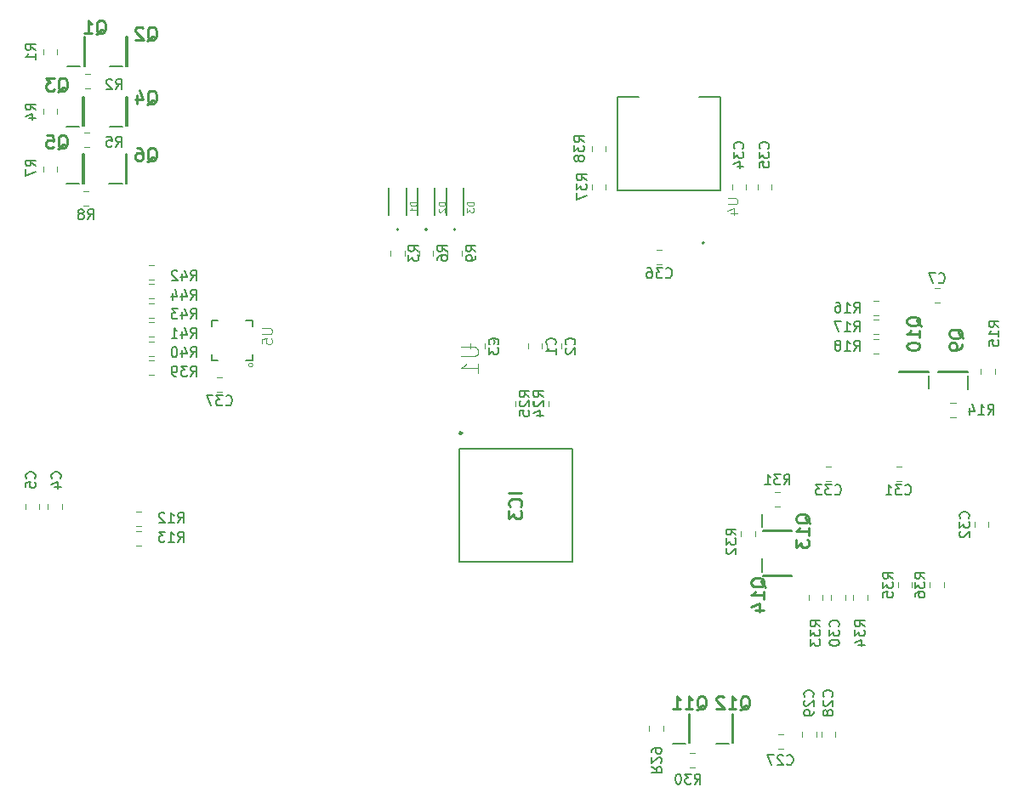
<source format=gbr>
G04 #@! TF.GenerationSoftware,KiCad,Pcbnew,5.1.5+dfsg1-2build2*
G04 #@! TF.CreationDate,2020-05-18T23:31:36+02:00*
G04 #@! TF.ProjectId,proto2,70726f74-6f32-42e6-9b69-6361645f7063,rev?*
G04 #@! TF.SameCoordinates,Original*
G04 #@! TF.FileFunction,Legend,Bot*
G04 #@! TF.FilePolarity,Positive*
%FSLAX46Y46*%
G04 Gerber Fmt 4.6, Leading zero omitted, Abs format (unit mm)*
G04 Created by KiCad (PCBNEW 5.1.5+dfsg1-2build2) date 2020-05-18 23:31:36*
%MOMM*%
%LPD*%
G04 APERTURE LIST*
%ADD10C,0.250000*%
%ADD11C,0.200000*%
%ADD12C,0.100000*%
%ADD13C,0.203200*%
%ADD14C,0.152400*%
%ADD15C,0.120000*%
%ADD16C,0.127000*%
%ADD17C,0.254000*%
%ADD18C,0.015000*%
%ADD19C,0.150000*%
G04 APERTURE END LIST*
D10*
X136865000Y-117235000D02*
G75*
G03X136865000Y-117235000I-125000J0D01*
G01*
D11*
X147890000Y-118810000D02*
X136590000Y-118810000D01*
X147890000Y-130110000D02*
X147890000Y-118810000D01*
X136590000Y-130110000D02*
X147890000Y-130110000D01*
X136590000Y-118810000D02*
X136590000Y-130110000D01*
D12*
X116040000Y-110455000D02*
G75*
G03X116040000Y-110455000I-200000J0D01*
G01*
D13*
X115990000Y-106005000D02*
X115990000Y-106605000D01*
X115990000Y-106005000D02*
X115390000Y-106005000D01*
X111990000Y-106005000D02*
X112590000Y-106005000D01*
X111990000Y-106005000D02*
X111990000Y-106605000D01*
X111990000Y-110005000D02*
X111990000Y-109405000D01*
X111990000Y-110005000D02*
X112590000Y-110005000D01*
X115990000Y-110005000D02*
X115390000Y-110005000D01*
X115990000Y-110005000D02*
X115990000Y-109405000D01*
D14*
X140041700Y-108376799D02*
G75*
G03X140041700Y-107970399I-210420J203200D01*
G01*
D15*
X99309422Y-81459000D02*
X99826578Y-81459000D01*
X99309422Y-82879000D02*
X99826578Y-82879000D01*
X105659422Y-100509000D02*
X106176578Y-100509000D01*
X105659422Y-101929000D02*
X106176578Y-101929000D01*
D11*
X160984000Y-98305000D02*
G75*
G03X160984000Y-98305000I-100000J0D01*
G01*
D16*
X152360000Y-83747000D02*
X154480000Y-83747000D01*
X152360000Y-93087000D02*
X152360000Y-83747000D01*
X162600000Y-93087000D02*
X152360000Y-93087000D01*
X162600000Y-83747000D02*
X162600000Y-93087000D01*
X160480000Y-83747000D02*
X162600000Y-83747000D01*
D15*
X105659422Y-102414000D02*
X106176578Y-102414000D01*
X105659422Y-103834000D02*
X106176578Y-103834000D01*
X105659422Y-104319000D02*
X106176578Y-104319000D01*
X105659422Y-105739000D02*
X106176578Y-105739000D01*
X105659422Y-106224000D02*
X106176578Y-106224000D01*
X105659422Y-107644000D02*
X106176578Y-107644000D01*
X106176578Y-109549000D02*
X105659422Y-109549000D01*
X106176578Y-108129000D02*
X105659422Y-108129000D01*
X106176578Y-111454000D02*
X105659422Y-111454000D01*
X106176578Y-110034000D02*
X105659422Y-110034000D01*
X149785000Y-89158578D02*
X149785000Y-88641422D01*
X151205000Y-89158578D02*
X151205000Y-88641422D01*
X151205000Y-92451422D02*
X151205000Y-92968578D01*
X149785000Y-92451422D02*
X149785000Y-92968578D01*
X184860000Y-132123922D02*
X184860000Y-132641078D01*
X183440000Y-132123922D02*
X183440000Y-132641078D01*
X181685000Y-132123922D02*
X181685000Y-132641078D01*
X180265000Y-132123922D02*
X180265000Y-132641078D01*
X177240000Y-133393922D02*
X177240000Y-133911078D01*
X175820000Y-133393922D02*
X175820000Y-133911078D01*
X172795000Y-133393922D02*
X172795000Y-133911078D01*
X171375000Y-133393922D02*
X171375000Y-133911078D01*
X166064000Y-127043922D02*
X166064000Y-127561078D01*
X164644000Y-127043922D02*
X164644000Y-127561078D01*
X168016422Y-123115000D02*
X168533578Y-123115000D01*
X168016422Y-124535000D02*
X168533578Y-124535000D01*
X159531422Y-149150000D02*
X160048578Y-149150000D01*
X159531422Y-150570000D02*
X160048578Y-150570000D01*
X155500000Y-146943578D02*
X155500000Y-146426422D01*
X156920000Y-146943578D02*
X156920000Y-146426422D01*
X144070000Y-114041422D02*
X144070000Y-114558578D01*
X145490000Y-114041422D02*
X145490000Y-114558578D01*
X143585000Y-114558578D02*
X143585000Y-114041422D01*
X142165000Y-114558578D02*
X142165000Y-114041422D01*
X178361078Y-109295000D02*
X177843922Y-109295000D01*
X178361078Y-107875000D02*
X177843922Y-107875000D01*
X178361078Y-107390000D02*
X177843922Y-107390000D01*
X178361078Y-105970000D02*
X177843922Y-105970000D01*
X178361078Y-105485000D02*
X177843922Y-105485000D01*
X178361078Y-104065000D02*
X177843922Y-104065000D01*
X188520000Y-111383578D02*
X188520000Y-110866422D01*
X189940000Y-111383578D02*
X189940000Y-110866422D01*
X186011078Y-115645000D02*
X185493922Y-115645000D01*
X186011078Y-114225000D02*
X185493922Y-114225000D01*
X104904278Y-128421200D02*
X104387122Y-128421200D01*
X104904278Y-127001200D02*
X104387122Y-127001200D01*
X104904278Y-126516200D02*
X104387122Y-126516200D01*
X104904278Y-125096200D02*
X104387122Y-125096200D01*
X135434000Y-99572578D02*
X135434000Y-99055422D01*
X136854000Y-99572578D02*
X136854000Y-99055422D01*
X99182422Y-93143000D02*
X99699578Y-93143000D01*
X99182422Y-94563000D02*
X99699578Y-94563000D01*
X95175000Y-91190578D02*
X95175000Y-90673422D01*
X96595000Y-91190578D02*
X96595000Y-90673422D01*
X132592375Y-99572578D02*
X132592375Y-99055422D01*
X134012375Y-99572578D02*
X134012375Y-99055422D01*
X99230922Y-87301000D02*
X99748078Y-87301000D01*
X99230922Y-88721000D02*
X99748078Y-88721000D01*
X95175000Y-85475578D02*
X95175000Y-84958422D01*
X96595000Y-85475578D02*
X96595000Y-84958422D01*
X129750750Y-99572578D02*
X129750750Y-99055422D01*
X131170750Y-99572578D02*
X131170750Y-99055422D01*
X95175000Y-79506578D02*
X95175000Y-78989422D01*
X96595000Y-79506578D02*
X96595000Y-78989422D01*
D11*
X166775000Y-129745000D02*
X166775000Y-131045000D01*
X169735000Y-131395000D02*
X166815000Y-131395000D01*
X169735000Y-131495000D02*
X169735000Y-131395000D01*
X166815000Y-131495000D02*
X169735000Y-131495000D01*
X166815000Y-131395000D02*
X166815000Y-131495000D01*
X166775000Y-125300000D02*
X166775000Y-126600000D01*
X169735000Y-126950000D02*
X166815000Y-126950000D01*
X169735000Y-127050000D02*
X169735000Y-126950000D01*
X166815000Y-127050000D02*
X169735000Y-127050000D01*
X166815000Y-126950000D02*
X166815000Y-127050000D01*
X162130000Y-148185000D02*
X163430000Y-148185000D01*
X163780000Y-145225000D02*
X163780000Y-148145000D01*
X163880000Y-145225000D02*
X163780000Y-145225000D01*
X163880000Y-148145000D02*
X163880000Y-145225000D01*
X163780000Y-148145000D02*
X163880000Y-148145000D01*
X157820000Y-148185000D02*
X159120000Y-148185000D01*
X159470000Y-145225000D02*
X159470000Y-148145000D01*
X159570000Y-145225000D02*
X159470000Y-145225000D01*
X159570000Y-148145000D02*
X159570000Y-145225000D01*
X159470000Y-148145000D02*
X159570000Y-148145000D01*
X183364000Y-112825000D02*
X183364000Y-111525000D01*
X180404000Y-111175000D02*
X183324000Y-111175000D01*
X180404000Y-111075000D02*
X180404000Y-111175000D01*
X183324000Y-111075000D02*
X180404000Y-111075000D01*
X183324000Y-111175000D02*
X183324000Y-111075000D01*
X187266500Y-112869000D02*
X187266500Y-111569000D01*
X184306500Y-111219000D02*
X187226500Y-111219000D01*
X184306500Y-111119000D02*
X184306500Y-111219000D01*
X187226500Y-111119000D02*
X184306500Y-111119000D01*
X187226500Y-111219000D02*
X187226500Y-111119000D01*
X101751000Y-92429500D02*
X103051000Y-92429500D01*
X103401000Y-89469500D02*
X103401000Y-92389500D01*
X103501000Y-89469500D02*
X103401000Y-89469500D01*
X103501000Y-92389500D02*
X103501000Y-89469500D01*
X103401000Y-92389500D02*
X103501000Y-92389500D01*
X97487000Y-92432000D02*
X98787000Y-92432000D01*
X99137000Y-89472000D02*
X99137000Y-92392000D01*
X99237000Y-89472000D02*
X99137000Y-89472000D01*
X99237000Y-92392000D02*
X99237000Y-89472000D01*
X99137000Y-92392000D02*
X99237000Y-92392000D01*
X101805000Y-86715750D02*
X103105000Y-86715750D01*
X103455000Y-83755750D02*
X103455000Y-86675750D01*
X103555000Y-83755750D02*
X103455000Y-83755750D01*
X103555000Y-86675750D02*
X103555000Y-83755750D01*
X103455000Y-86675750D02*
X103555000Y-86675750D01*
X97487000Y-86717000D02*
X98787000Y-86717000D01*
X99137000Y-83757000D02*
X99137000Y-86677000D01*
X99237000Y-83757000D02*
X99137000Y-83757000D01*
X99237000Y-86677000D02*
X99237000Y-83757000D01*
X99137000Y-86677000D02*
X99237000Y-86677000D01*
X101805000Y-80748000D02*
X103105000Y-80748000D01*
X103455000Y-77788000D02*
X103455000Y-80708000D01*
X103555000Y-77788000D02*
X103455000Y-77788000D01*
X103555000Y-80708000D02*
X103555000Y-77788000D01*
X103455000Y-80708000D02*
X103555000Y-80708000D01*
X97580000Y-80748000D02*
X98880000Y-80748000D01*
X99230000Y-77788000D02*
X99230000Y-80708000D01*
X99330000Y-77788000D02*
X99230000Y-77788000D01*
X99330000Y-80708000D02*
X99330000Y-77788000D01*
X99230000Y-80708000D02*
X99330000Y-80708000D01*
X136244000Y-96970500D02*
G75*
G03X136244000Y-96970500I-100000J0D01*
G01*
D16*
X135294000Y-95520500D02*
X135294000Y-92820500D01*
X136994000Y-95520500D02*
X136994000Y-92820500D01*
D11*
X133402375Y-96970500D02*
G75*
G03X133402375Y-96970500I-100000J0D01*
G01*
D16*
X132452375Y-95520500D02*
X132452375Y-92820500D01*
X134152375Y-95520500D02*
X134152375Y-92820500D01*
D11*
X130560750Y-96970500D02*
G75*
G03X130560750Y-96970500I-100000J0D01*
G01*
D16*
X129610750Y-95520500D02*
X129610750Y-92820500D01*
X131310750Y-95520500D02*
X131310750Y-92820500D01*
D15*
X112468922Y-111685000D02*
X112986078Y-111685000D01*
X112468922Y-113105000D02*
X112986078Y-113105000D01*
X156253922Y-98985000D02*
X156771078Y-98985000D01*
X156253922Y-100405000D02*
X156771078Y-100405000D01*
X166295000Y-92968578D02*
X166295000Y-92451422D01*
X167715000Y-92968578D02*
X167715000Y-92451422D01*
X163755000Y-92968578D02*
X163755000Y-92451422D01*
X165175000Y-92968578D02*
X165175000Y-92451422D01*
X173096422Y-120575000D02*
X173613578Y-120575000D01*
X173096422Y-121995000D02*
X173613578Y-121995000D01*
X189305000Y-126106422D02*
X189305000Y-126623578D01*
X187885000Y-126106422D02*
X187885000Y-126623578D01*
X180081422Y-120575000D02*
X180598578Y-120575000D01*
X180081422Y-121995000D02*
X180598578Y-121995000D01*
X175017500Y-133393922D02*
X175017500Y-133911078D01*
X173597500Y-133393922D02*
X173597500Y-133911078D01*
X172160000Y-146967422D02*
X172160000Y-147484578D01*
X170740000Y-146967422D02*
X170740000Y-147484578D01*
X174065000Y-146967422D02*
X174065000Y-147484578D01*
X172645000Y-146967422D02*
X172645000Y-147484578D01*
X168836078Y-148665000D02*
X168318922Y-148665000D01*
X168836078Y-147245000D02*
X168318922Y-147245000D01*
X184408578Y-104215000D02*
X183891422Y-104215000D01*
X184408578Y-102795000D02*
X183891422Y-102795000D01*
X93384300Y-124794778D02*
X93384300Y-124277622D01*
X94804300Y-124794778D02*
X94804300Y-124277622D01*
X95606800Y-124794778D02*
X95606800Y-124277622D01*
X97026800Y-124794778D02*
X97026800Y-124277622D01*
X137720000Y-108843578D02*
X137720000Y-108326422D01*
X139140000Y-108843578D02*
X139140000Y-108326422D01*
X145340000Y-108843578D02*
X145340000Y-108326422D01*
X146760000Y-108843578D02*
X146760000Y-108326422D01*
X143435000Y-108843578D02*
X143435000Y-108326422D01*
X144855000Y-108843578D02*
X144855000Y-108326422D01*
D17*
X142814523Y-123220238D02*
X141544523Y-123220238D01*
X142693571Y-124550714D02*
X142754047Y-124490238D01*
X142814523Y-124308809D01*
X142814523Y-124187857D01*
X142754047Y-124006428D01*
X142633095Y-123885476D01*
X142512142Y-123825000D01*
X142270238Y-123764523D01*
X142088809Y-123764523D01*
X141846904Y-123825000D01*
X141725952Y-123885476D01*
X141605000Y-124006428D01*
X141544523Y-124187857D01*
X141544523Y-124308809D01*
X141605000Y-124490238D01*
X141665476Y-124550714D01*
X141544523Y-124974047D02*
X141544523Y-125760238D01*
X142028333Y-125336904D01*
X142028333Y-125518333D01*
X142088809Y-125639285D01*
X142149285Y-125699761D01*
X142270238Y-125760238D01*
X142572619Y-125760238D01*
X142693571Y-125699761D01*
X142754047Y-125639285D01*
X142814523Y-125518333D01*
X142814523Y-125155476D01*
X142754047Y-125034523D01*
X142693571Y-124974047D01*
D18*
X116959109Y-106816213D02*
X117769921Y-106816213D01*
X117865311Y-106863907D01*
X117913005Y-106911602D01*
X117960700Y-107006992D01*
X117960700Y-107197771D01*
X117913005Y-107293161D01*
X117865311Y-107340855D01*
X117769921Y-107388550D01*
X116959109Y-107388550D01*
X116959109Y-108342446D02*
X116959109Y-107865498D01*
X117436057Y-107817804D01*
X117388362Y-107865498D01*
X117340668Y-107960888D01*
X117340668Y-108199362D01*
X117388362Y-108294752D01*
X117436057Y-108342446D01*
X117531447Y-108390141D01*
X117769921Y-108390141D01*
X117865311Y-108342446D01*
X117913005Y-108294752D01*
X117960700Y-108199362D01*
X117960700Y-107960888D01*
X117913005Y-107865498D01*
X117865311Y-107817804D01*
X136801572Y-108677262D02*
X138130739Y-108677262D01*
X138287112Y-108755449D01*
X138365298Y-108833635D01*
X138443485Y-108990008D01*
X138443485Y-109302753D01*
X138365298Y-109459126D01*
X138287112Y-109537312D01*
X138130739Y-109615498D01*
X136801572Y-109615498D01*
X138443485Y-111257411D02*
X138443485Y-110319175D01*
X138443485Y-110788293D02*
X136801572Y-110788293D01*
X137036131Y-110631921D01*
X137192503Y-110475548D01*
X137270690Y-110319175D01*
D19*
X102401666Y-83002380D02*
X102735000Y-82526190D01*
X102973095Y-83002380D02*
X102973095Y-82002380D01*
X102592142Y-82002380D01*
X102496904Y-82050000D01*
X102449285Y-82097619D01*
X102401666Y-82192857D01*
X102401666Y-82335714D01*
X102449285Y-82430952D01*
X102496904Y-82478571D01*
X102592142Y-82526190D01*
X102973095Y-82526190D01*
X102020714Y-82097619D02*
X101973095Y-82050000D01*
X101877857Y-82002380D01*
X101639761Y-82002380D01*
X101544523Y-82050000D01*
X101496904Y-82097619D01*
X101449285Y-82192857D01*
X101449285Y-82288095D01*
X101496904Y-82430952D01*
X102068333Y-83002380D01*
X101449285Y-83002380D01*
X109862857Y-102052380D02*
X110196190Y-101576190D01*
X110434285Y-102052380D02*
X110434285Y-101052380D01*
X110053333Y-101052380D01*
X109958095Y-101100000D01*
X109910476Y-101147619D01*
X109862857Y-101242857D01*
X109862857Y-101385714D01*
X109910476Y-101480952D01*
X109958095Y-101528571D01*
X110053333Y-101576190D01*
X110434285Y-101576190D01*
X109005714Y-101385714D02*
X109005714Y-102052380D01*
X109243809Y-101004761D02*
X109481904Y-101719047D01*
X108862857Y-101719047D01*
X108529523Y-101147619D02*
X108481904Y-101100000D01*
X108386666Y-101052380D01*
X108148571Y-101052380D01*
X108053333Y-101100000D01*
X108005714Y-101147619D01*
X107958095Y-101242857D01*
X107958095Y-101338095D01*
X108005714Y-101480952D01*
X108577142Y-102052380D01*
X107958095Y-102052380D01*
D18*
X163317380Y-93868095D02*
X164126904Y-93868095D01*
X164222142Y-93915714D01*
X164269761Y-93963333D01*
X164317380Y-94058571D01*
X164317380Y-94249047D01*
X164269761Y-94344285D01*
X164222142Y-94391904D01*
X164126904Y-94439523D01*
X163317380Y-94439523D01*
X163650714Y-95344285D02*
X164317380Y-95344285D01*
X163269761Y-95106190D02*
X163984047Y-94868095D01*
X163984047Y-95487142D01*
D19*
X109862857Y-103957380D02*
X110196190Y-103481190D01*
X110434285Y-103957380D02*
X110434285Y-102957380D01*
X110053333Y-102957380D01*
X109958095Y-103005000D01*
X109910476Y-103052619D01*
X109862857Y-103147857D01*
X109862857Y-103290714D01*
X109910476Y-103385952D01*
X109958095Y-103433571D01*
X110053333Y-103481190D01*
X110434285Y-103481190D01*
X109005714Y-103290714D02*
X109005714Y-103957380D01*
X109243809Y-102909761D02*
X109481904Y-103624047D01*
X108862857Y-103624047D01*
X108053333Y-103290714D02*
X108053333Y-103957380D01*
X108291428Y-102909761D02*
X108529523Y-103624047D01*
X107910476Y-103624047D01*
X109862857Y-105862380D02*
X110196190Y-105386190D01*
X110434285Y-105862380D02*
X110434285Y-104862380D01*
X110053333Y-104862380D01*
X109958095Y-104910000D01*
X109910476Y-104957619D01*
X109862857Y-105052857D01*
X109862857Y-105195714D01*
X109910476Y-105290952D01*
X109958095Y-105338571D01*
X110053333Y-105386190D01*
X110434285Y-105386190D01*
X109005714Y-105195714D02*
X109005714Y-105862380D01*
X109243809Y-104814761D02*
X109481904Y-105529047D01*
X108862857Y-105529047D01*
X108577142Y-104862380D02*
X107958095Y-104862380D01*
X108291428Y-105243333D01*
X108148571Y-105243333D01*
X108053333Y-105290952D01*
X108005714Y-105338571D01*
X107958095Y-105433809D01*
X107958095Y-105671904D01*
X108005714Y-105767142D01*
X108053333Y-105814761D01*
X108148571Y-105862380D01*
X108434285Y-105862380D01*
X108529523Y-105814761D01*
X108577142Y-105767142D01*
X109862857Y-107767380D02*
X110196190Y-107291190D01*
X110434285Y-107767380D02*
X110434285Y-106767380D01*
X110053333Y-106767380D01*
X109958095Y-106815000D01*
X109910476Y-106862619D01*
X109862857Y-106957857D01*
X109862857Y-107100714D01*
X109910476Y-107195952D01*
X109958095Y-107243571D01*
X110053333Y-107291190D01*
X110434285Y-107291190D01*
X109005714Y-107100714D02*
X109005714Y-107767380D01*
X109243809Y-106719761D02*
X109481904Y-107434047D01*
X108862857Y-107434047D01*
X107958095Y-107767380D02*
X108529523Y-107767380D01*
X108243809Y-107767380D02*
X108243809Y-106767380D01*
X108339047Y-106910238D01*
X108434285Y-107005476D01*
X108529523Y-107053095D01*
X109862857Y-109672380D02*
X110196190Y-109196190D01*
X110434285Y-109672380D02*
X110434285Y-108672380D01*
X110053333Y-108672380D01*
X109958095Y-108720000D01*
X109910476Y-108767619D01*
X109862857Y-108862857D01*
X109862857Y-109005714D01*
X109910476Y-109100952D01*
X109958095Y-109148571D01*
X110053333Y-109196190D01*
X110434285Y-109196190D01*
X109005714Y-109005714D02*
X109005714Y-109672380D01*
X109243809Y-108624761D02*
X109481904Y-109339047D01*
X108862857Y-109339047D01*
X108291428Y-108672380D02*
X108196190Y-108672380D01*
X108100952Y-108720000D01*
X108053333Y-108767619D01*
X108005714Y-108862857D01*
X107958095Y-109053333D01*
X107958095Y-109291428D01*
X108005714Y-109481904D01*
X108053333Y-109577142D01*
X108100952Y-109624761D01*
X108196190Y-109672380D01*
X108291428Y-109672380D01*
X108386666Y-109624761D01*
X108434285Y-109577142D01*
X108481904Y-109481904D01*
X108529523Y-109291428D01*
X108529523Y-109053333D01*
X108481904Y-108862857D01*
X108434285Y-108767619D01*
X108386666Y-108720000D01*
X108291428Y-108672380D01*
X109862857Y-111577380D02*
X110196190Y-111101190D01*
X110434285Y-111577380D02*
X110434285Y-110577380D01*
X110053333Y-110577380D01*
X109958095Y-110625000D01*
X109910476Y-110672619D01*
X109862857Y-110767857D01*
X109862857Y-110910714D01*
X109910476Y-111005952D01*
X109958095Y-111053571D01*
X110053333Y-111101190D01*
X110434285Y-111101190D01*
X109529523Y-110577380D02*
X108910476Y-110577380D01*
X109243809Y-110958333D01*
X109100952Y-110958333D01*
X109005714Y-111005952D01*
X108958095Y-111053571D01*
X108910476Y-111148809D01*
X108910476Y-111386904D01*
X108958095Y-111482142D01*
X109005714Y-111529761D01*
X109100952Y-111577380D01*
X109386666Y-111577380D01*
X109481904Y-111529761D01*
X109529523Y-111482142D01*
X108434285Y-111577380D02*
X108243809Y-111577380D01*
X108148571Y-111529761D01*
X108100952Y-111482142D01*
X108005714Y-111339285D01*
X107958095Y-111148809D01*
X107958095Y-110767857D01*
X108005714Y-110672619D01*
X108053333Y-110625000D01*
X108148571Y-110577380D01*
X108339047Y-110577380D01*
X108434285Y-110625000D01*
X108481904Y-110672619D01*
X108529523Y-110767857D01*
X108529523Y-111005952D01*
X108481904Y-111101190D01*
X108434285Y-111148809D01*
X108339047Y-111196428D01*
X108148571Y-111196428D01*
X108053333Y-111148809D01*
X108005714Y-111101190D01*
X107958095Y-111005952D01*
X149042380Y-88257142D02*
X148566190Y-87923809D01*
X149042380Y-87685714D02*
X148042380Y-87685714D01*
X148042380Y-88066666D01*
X148090000Y-88161904D01*
X148137619Y-88209523D01*
X148232857Y-88257142D01*
X148375714Y-88257142D01*
X148470952Y-88209523D01*
X148518571Y-88161904D01*
X148566190Y-88066666D01*
X148566190Y-87685714D01*
X148042380Y-88590476D02*
X148042380Y-89209523D01*
X148423333Y-88876190D01*
X148423333Y-89019047D01*
X148470952Y-89114285D01*
X148518571Y-89161904D01*
X148613809Y-89209523D01*
X148851904Y-89209523D01*
X148947142Y-89161904D01*
X148994761Y-89114285D01*
X149042380Y-89019047D01*
X149042380Y-88733333D01*
X148994761Y-88638095D01*
X148947142Y-88590476D01*
X148470952Y-89780952D02*
X148423333Y-89685714D01*
X148375714Y-89638095D01*
X148280476Y-89590476D01*
X148232857Y-89590476D01*
X148137619Y-89638095D01*
X148090000Y-89685714D01*
X148042380Y-89780952D01*
X148042380Y-89971428D01*
X148090000Y-90066666D01*
X148137619Y-90114285D01*
X148232857Y-90161904D01*
X148280476Y-90161904D01*
X148375714Y-90114285D01*
X148423333Y-90066666D01*
X148470952Y-89971428D01*
X148470952Y-89780952D01*
X148518571Y-89685714D01*
X148566190Y-89638095D01*
X148661428Y-89590476D01*
X148851904Y-89590476D01*
X148947142Y-89638095D01*
X148994761Y-89685714D01*
X149042380Y-89780952D01*
X149042380Y-89971428D01*
X148994761Y-90066666D01*
X148947142Y-90114285D01*
X148851904Y-90161904D01*
X148661428Y-90161904D01*
X148566190Y-90114285D01*
X148518571Y-90066666D01*
X148470952Y-89971428D01*
X149297380Y-92067142D02*
X148821190Y-91733809D01*
X149297380Y-91495714D02*
X148297380Y-91495714D01*
X148297380Y-91876666D01*
X148345000Y-91971904D01*
X148392619Y-92019523D01*
X148487857Y-92067142D01*
X148630714Y-92067142D01*
X148725952Y-92019523D01*
X148773571Y-91971904D01*
X148821190Y-91876666D01*
X148821190Y-91495714D01*
X148297380Y-92400476D02*
X148297380Y-93019523D01*
X148678333Y-92686190D01*
X148678333Y-92829047D01*
X148725952Y-92924285D01*
X148773571Y-92971904D01*
X148868809Y-93019523D01*
X149106904Y-93019523D01*
X149202142Y-92971904D01*
X149249761Y-92924285D01*
X149297380Y-92829047D01*
X149297380Y-92543333D01*
X149249761Y-92448095D01*
X149202142Y-92400476D01*
X148297380Y-93352857D02*
X148297380Y-94019523D01*
X149297380Y-93590952D01*
X182952380Y-131739642D02*
X182476190Y-131406309D01*
X182952380Y-131168214D02*
X181952380Y-131168214D01*
X181952380Y-131549166D01*
X182000000Y-131644404D01*
X182047619Y-131692023D01*
X182142857Y-131739642D01*
X182285714Y-131739642D01*
X182380952Y-131692023D01*
X182428571Y-131644404D01*
X182476190Y-131549166D01*
X182476190Y-131168214D01*
X181952380Y-132072976D02*
X181952380Y-132692023D01*
X182333333Y-132358690D01*
X182333333Y-132501547D01*
X182380952Y-132596785D01*
X182428571Y-132644404D01*
X182523809Y-132692023D01*
X182761904Y-132692023D01*
X182857142Y-132644404D01*
X182904761Y-132596785D01*
X182952380Y-132501547D01*
X182952380Y-132215833D01*
X182904761Y-132120595D01*
X182857142Y-132072976D01*
X181952380Y-133549166D02*
X181952380Y-133358690D01*
X182000000Y-133263452D01*
X182047619Y-133215833D01*
X182190476Y-133120595D01*
X182380952Y-133072976D01*
X182761904Y-133072976D01*
X182857142Y-133120595D01*
X182904761Y-133168214D01*
X182952380Y-133263452D01*
X182952380Y-133453928D01*
X182904761Y-133549166D01*
X182857142Y-133596785D01*
X182761904Y-133644404D01*
X182523809Y-133644404D01*
X182428571Y-133596785D01*
X182380952Y-133549166D01*
X182333333Y-133453928D01*
X182333333Y-133263452D01*
X182380952Y-133168214D01*
X182428571Y-133120595D01*
X182523809Y-133072976D01*
X179777380Y-131739642D02*
X179301190Y-131406309D01*
X179777380Y-131168214D02*
X178777380Y-131168214D01*
X178777380Y-131549166D01*
X178825000Y-131644404D01*
X178872619Y-131692023D01*
X178967857Y-131739642D01*
X179110714Y-131739642D01*
X179205952Y-131692023D01*
X179253571Y-131644404D01*
X179301190Y-131549166D01*
X179301190Y-131168214D01*
X178777380Y-132072976D02*
X178777380Y-132692023D01*
X179158333Y-132358690D01*
X179158333Y-132501547D01*
X179205952Y-132596785D01*
X179253571Y-132644404D01*
X179348809Y-132692023D01*
X179586904Y-132692023D01*
X179682142Y-132644404D01*
X179729761Y-132596785D01*
X179777380Y-132501547D01*
X179777380Y-132215833D01*
X179729761Y-132120595D01*
X179682142Y-132072976D01*
X178777380Y-133596785D02*
X178777380Y-133120595D01*
X179253571Y-133072976D01*
X179205952Y-133120595D01*
X179158333Y-133215833D01*
X179158333Y-133453928D01*
X179205952Y-133549166D01*
X179253571Y-133596785D01*
X179348809Y-133644404D01*
X179586904Y-133644404D01*
X179682142Y-133596785D01*
X179729761Y-133549166D01*
X179777380Y-133453928D01*
X179777380Y-133215833D01*
X179729761Y-133120595D01*
X179682142Y-133072976D01*
X176982380Y-136517142D02*
X176506190Y-136183809D01*
X176982380Y-135945714D02*
X175982380Y-135945714D01*
X175982380Y-136326666D01*
X176030000Y-136421904D01*
X176077619Y-136469523D01*
X176172857Y-136517142D01*
X176315714Y-136517142D01*
X176410952Y-136469523D01*
X176458571Y-136421904D01*
X176506190Y-136326666D01*
X176506190Y-135945714D01*
X175982380Y-136850476D02*
X175982380Y-137469523D01*
X176363333Y-137136190D01*
X176363333Y-137279047D01*
X176410952Y-137374285D01*
X176458571Y-137421904D01*
X176553809Y-137469523D01*
X176791904Y-137469523D01*
X176887142Y-137421904D01*
X176934761Y-137374285D01*
X176982380Y-137279047D01*
X176982380Y-136993333D01*
X176934761Y-136898095D01*
X176887142Y-136850476D01*
X176315714Y-138326666D02*
X176982380Y-138326666D01*
X175934761Y-138088571D02*
X176649047Y-137850476D01*
X176649047Y-138469523D01*
X172537380Y-136517142D02*
X172061190Y-136183809D01*
X172537380Y-135945714D02*
X171537380Y-135945714D01*
X171537380Y-136326666D01*
X171585000Y-136421904D01*
X171632619Y-136469523D01*
X171727857Y-136517142D01*
X171870714Y-136517142D01*
X171965952Y-136469523D01*
X172013571Y-136421904D01*
X172061190Y-136326666D01*
X172061190Y-135945714D01*
X171537380Y-136850476D02*
X171537380Y-137469523D01*
X171918333Y-137136190D01*
X171918333Y-137279047D01*
X171965952Y-137374285D01*
X172013571Y-137421904D01*
X172108809Y-137469523D01*
X172346904Y-137469523D01*
X172442142Y-137421904D01*
X172489761Y-137374285D01*
X172537380Y-137279047D01*
X172537380Y-136993333D01*
X172489761Y-136898095D01*
X172442142Y-136850476D01*
X171537380Y-137802857D02*
X171537380Y-138421904D01*
X171918333Y-138088571D01*
X171918333Y-138231428D01*
X171965952Y-138326666D01*
X172013571Y-138374285D01*
X172108809Y-138421904D01*
X172346904Y-138421904D01*
X172442142Y-138374285D01*
X172489761Y-138326666D01*
X172537380Y-138231428D01*
X172537380Y-137945714D01*
X172489761Y-137850476D01*
X172442142Y-137802857D01*
X164156380Y-127395642D02*
X163680190Y-127062309D01*
X164156380Y-126824214D02*
X163156380Y-126824214D01*
X163156380Y-127205166D01*
X163204000Y-127300404D01*
X163251619Y-127348023D01*
X163346857Y-127395642D01*
X163489714Y-127395642D01*
X163584952Y-127348023D01*
X163632571Y-127300404D01*
X163680190Y-127205166D01*
X163680190Y-126824214D01*
X163156380Y-127728976D02*
X163156380Y-128348023D01*
X163537333Y-128014690D01*
X163537333Y-128157547D01*
X163584952Y-128252785D01*
X163632571Y-128300404D01*
X163727809Y-128348023D01*
X163965904Y-128348023D01*
X164061142Y-128300404D01*
X164108761Y-128252785D01*
X164156380Y-128157547D01*
X164156380Y-127871833D01*
X164108761Y-127776595D01*
X164061142Y-127728976D01*
X163251619Y-128728976D02*
X163204000Y-128776595D01*
X163156380Y-128871833D01*
X163156380Y-129109928D01*
X163204000Y-129205166D01*
X163251619Y-129252785D01*
X163346857Y-129300404D01*
X163442095Y-129300404D01*
X163584952Y-129252785D01*
X164156380Y-128681357D01*
X164156380Y-129300404D01*
X168917857Y-122372380D02*
X169251190Y-121896190D01*
X169489285Y-122372380D02*
X169489285Y-121372380D01*
X169108333Y-121372380D01*
X169013095Y-121420000D01*
X168965476Y-121467619D01*
X168917857Y-121562857D01*
X168917857Y-121705714D01*
X168965476Y-121800952D01*
X169013095Y-121848571D01*
X169108333Y-121896190D01*
X169489285Y-121896190D01*
X168584523Y-121372380D02*
X167965476Y-121372380D01*
X168298809Y-121753333D01*
X168155952Y-121753333D01*
X168060714Y-121800952D01*
X168013095Y-121848571D01*
X167965476Y-121943809D01*
X167965476Y-122181904D01*
X168013095Y-122277142D01*
X168060714Y-122324761D01*
X168155952Y-122372380D01*
X168441666Y-122372380D01*
X168536904Y-122324761D01*
X168584523Y-122277142D01*
X167013095Y-122372380D02*
X167584523Y-122372380D01*
X167298809Y-122372380D02*
X167298809Y-121372380D01*
X167394047Y-121515238D01*
X167489285Y-121610476D01*
X167584523Y-121658095D01*
X160027857Y-152217380D02*
X160361190Y-151741190D01*
X160599285Y-152217380D02*
X160599285Y-151217380D01*
X160218333Y-151217380D01*
X160123095Y-151265000D01*
X160075476Y-151312619D01*
X160027857Y-151407857D01*
X160027857Y-151550714D01*
X160075476Y-151645952D01*
X160123095Y-151693571D01*
X160218333Y-151741190D01*
X160599285Y-151741190D01*
X159694523Y-151217380D02*
X159075476Y-151217380D01*
X159408809Y-151598333D01*
X159265952Y-151598333D01*
X159170714Y-151645952D01*
X159123095Y-151693571D01*
X159075476Y-151788809D01*
X159075476Y-152026904D01*
X159123095Y-152122142D01*
X159170714Y-152169761D01*
X159265952Y-152217380D01*
X159551666Y-152217380D01*
X159646904Y-152169761D01*
X159694523Y-152122142D01*
X158456428Y-151217380D02*
X158361190Y-151217380D01*
X158265952Y-151265000D01*
X158218333Y-151312619D01*
X158170714Y-151407857D01*
X158123095Y-151598333D01*
X158123095Y-151836428D01*
X158170714Y-152026904D01*
X158218333Y-152122142D01*
X158265952Y-152169761D01*
X158361190Y-152217380D01*
X158456428Y-152217380D01*
X158551666Y-152169761D01*
X158599285Y-152122142D01*
X158646904Y-152026904D01*
X158694523Y-151836428D01*
X158694523Y-151598333D01*
X158646904Y-151407857D01*
X158599285Y-151312619D01*
X158551666Y-151265000D01*
X158456428Y-151217380D01*
X155757619Y-150502857D02*
X156233809Y-150836190D01*
X155757619Y-151074285D02*
X156757619Y-151074285D01*
X156757619Y-150693333D01*
X156710000Y-150598095D01*
X156662380Y-150550476D01*
X156567142Y-150502857D01*
X156424285Y-150502857D01*
X156329047Y-150550476D01*
X156281428Y-150598095D01*
X156233809Y-150693333D01*
X156233809Y-151074285D01*
X156662380Y-150121904D02*
X156710000Y-150074285D01*
X156757619Y-149979047D01*
X156757619Y-149740952D01*
X156710000Y-149645714D01*
X156662380Y-149598095D01*
X156567142Y-149550476D01*
X156471904Y-149550476D01*
X156329047Y-149598095D01*
X155757619Y-150169523D01*
X155757619Y-149550476D01*
X155757619Y-149074285D02*
X155757619Y-148883809D01*
X155805238Y-148788571D01*
X155852857Y-148740952D01*
X155995714Y-148645714D01*
X156186190Y-148598095D01*
X156567142Y-148598095D01*
X156662380Y-148645714D01*
X156710000Y-148693333D01*
X156757619Y-148788571D01*
X156757619Y-148979047D01*
X156710000Y-149074285D01*
X156662380Y-149121904D01*
X156567142Y-149169523D01*
X156329047Y-149169523D01*
X156233809Y-149121904D01*
X156186190Y-149074285D01*
X156138571Y-148979047D01*
X156138571Y-148788571D01*
X156186190Y-148693333D01*
X156233809Y-148645714D01*
X156329047Y-148598095D01*
X143582380Y-113657142D02*
X143106190Y-113323809D01*
X143582380Y-113085714D02*
X142582380Y-113085714D01*
X142582380Y-113466666D01*
X142630000Y-113561904D01*
X142677619Y-113609523D01*
X142772857Y-113657142D01*
X142915714Y-113657142D01*
X143010952Y-113609523D01*
X143058571Y-113561904D01*
X143106190Y-113466666D01*
X143106190Y-113085714D01*
X142677619Y-114038095D02*
X142630000Y-114085714D01*
X142582380Y-114180952D01*
X142582380Y-114419047D01*
X142630000Y-114514285D01*
X142677619Y-114561904D01*
X142772857Y-114609523D01*
X142868095Y-114609523D01*
X143010952Y-114561904D01*
X143582380Y-113990476D01*
X143582380Y-114609523D01*
X142582380Y-115514285D02*
X142582380Y-115038095D01*
X143058571Y-114990476D01*
X143010952Y-115038095D01*
X142963333Y-115133333D01*
X142963333Y-115371428D01*
X143010952Y-115466666D01*
X143058571Y-115514285D01*
X143153809Y-115561904D01*
X143391904Y-115561904D01*
X143487142Y-115514285D01*
X143534761Y-115466666D01*
X143582380Y-115371428D01*
X143582380Y-115133333D01*
X143534761Y-115038095D01*
X143487142Y-114990476D01*
X144977380Y-113657142D02*
X144501190Y-113323809D01*
X144977380Y-113085714D02*
X143977380Y-113085714D01*
X143977380Y-113466666D01*
X144025000Y-113561904D01*
X144072619Y-113609523D01*
X144167857Y-113657142D01*
X144310714Y-113657142D01*
X144405952Y-113609523D01*
X144453571Y-113561904D01*
X144501190Y-113466666D01*
X144501190Y-113085714D01*
X144072619Y-114038095D02*
X144025000Y-114085714D01*
X143977380Y-114180952D01*
X143977380Y-114419047D01*
X144025000Y-114514285D01*
X144072619Y-114561904D01*
X144167857Y-114609523D01*
X144263095Y-114609523D01*
X144405952Y-114561904D01*
X144977380Y-113990476D01*
X144977380Y-114609523D01*
X144310714Y-115466666D02*
X144977380Y-115466666D01*
X143929761Y-115228571D02*
X144644047Y-114990476D01*
X144644047Y-115609523D01*
X175902857Y-109037380D02*
X176236190Y-108561190D01*
X176474285Y-109037380D02*
X176474285Y-108037380D01*
X176093333Y-108037380D01*
X175998095Y-108085000D01*
X175950476Y-108132619D01*
X175902857Y-108227857D01*
X175902857Y-108370714D01*
X175950476Y-108465952D01*
X175998095Y-108513571D01*
X176093333Y-108561190D01*
X176474285Y-108561190D01*
X174950476Y-109037380D02*
X175521904Y-109037380D01*
X175236190Y-109037380D02*
X175236190Y-108037380D01*
X175331428Y-108180238D01*
X175426666Y-108275476D01*
X175521904Y-108323095D01*
X174379047Y-108465952D02*
X174474285Y-108418333D01*
X174521904Y-108370714D01*
X174569523Y-108275476D01*
X174569523Y-108227857D01*
X174521904Y-108132619D01*
X174474285Y-108085000D01*
X174379047Y-108037380D01*
X174188571Y-108037380D01*
X174093333Y-108085000D01*
X174045714Y-108132619D01*
X173998095Y-108227857D01*
X173998095Y-108275476D01*
X174045714Y-108370714D01*
X174093333Y-108418333D01*
X174188571Y-108465952D01*
X174379047Y-108465952D01*
X174474285Y-108513571D01*
X174521904Y-108561190D01*
X174569523Y-108656428D01*
X174569523Y-108846904D01*
X174521904Y-108942142D01*
X174474285Y-108989761D01*
X174379047Y-109037380D01*
X174188571Y-109037380D01*
X174093333Y-108989761D01*
X174045714Y-108942142D01*
X173998095Y-108846904D01*
X173998095Y-108656428D01*
X174045714Y-108561190D01*
X174093333Y-108513571D01*
X174188571Y-108465952D01*
X175902857Y-107132380D02*
X176236190Y-106656190D01*
X176474285Y-107132380D02*
X176474285Y-106132380D01*
X176093333Y-106132380D01*
X175998095Y-106180000D01*
X175950476Y-106227619D01*
X175902857Y-106322857D01*
X175902857Y-106465714D01*
X175950476Y-106560952D01*
X175998095Y-106608571D01*
X176093333Y-106656190D01*
X176474285Y-106656190D01*
X174950476Y-107132380D02*
X175521904Y-107132380D01*
X175236190Y-107132380D02*
X175236190Y-106132380D01*
X175331428Y-106275238D01*
X175426666Y-106370476D01*
X175521904Y-106418095D01*
X174617142Y-106132380D02*
X173950476Y-106132380D01*
X174379047Y-107132380D01*
X175902857Y-105227380D02*
X176236190Y-104751190D01*
X176474285Y-105227380D02*
X176474285Y-104227380D01*
X176093333Y-104227380D01*
X175998095Y-104275000D01*
X175950476Y-104322619D01*
X175902857Y-104417857D01*
X175902857Y-104560714D01*
X175950476Y-104655952D01*
X175998095Y-104703571D01*
X176093333Y-104751190D01*
X176474285Y-104751190D01*
X174950476Y-105227380D02*
X175521904Y-105227380D01*
X175236190Y-105227380D02*
X175236190Y-104227380D01*
X175331428Y-104370238D01*
X175426666Y-104465476D01*
X175521904Y-104513095D01*
X174093333Y-104227380D02*
X174283809Y-104227380D01*
X174379047Y-104275000D01*
X174426666Y-104322619D01*
X174521904Y-104465476D01*
X174569523Y-104655952D01*
X174569523Y-105036904D01*
X174521904Y-105132142D01*
X174474285Y-105179761D01*
X174379047Y-105227380D01*
X174188571Y-105227380D01*
X174093333Y-105179761D01*
X174045714Y-105132142D01*
X173998095Y-105036904D01*
X173998095Y-104798809D01*
X174045714Y-104703571D01*
X174093333Y-104655952D01*
X174188571Y-104608333D01*
X174379047Y-104608333D01*
X174474285Y-104655952D01*
X174521904Y-104703571D01*
X174569523Y-104798809D01*
X190317380Y-106672142D02*
X189841190Y-106338809D01*
X190317380Y-106100714D02*
X189317380Y-106100714D01*
X189317380Y-106481666D01*
X189365000Y-106576904D01*
X189412619Y-106624523D01*
X189507857Y-106672142D01*
X189650714Y-106672142D01*
X189745952Y-106624523D01*
X189793571Y-106576904D01*
X189841190Y-106481666D01*
X189841190Y-106100714D01*
X190317380Y-107624523D02*
X190317380Y-107053095D01*
X190317380Y-107338809D02*
X189317380Y-107338809D01*
X189460238Y-107243571D01*
X189555476Y-107148333D01*
X189603095Y-107053095D01*
X189317380Y-108529285D02*
X189317380Y-108053095D01*
X189793571Y-108005476D01*
X189745952Y-108053095D01*
X189698333Y-108148333D01*
X189698333Y-108386428D01*
X189745952Y-108481666D01*
X189793571Y-108529285D01*
X189888809Y-108576904D01*
X190126904Y-108576904D01*
X190222142Y-108529285D01*
X190269761Y-108481666D01*
X190317380Y-108386428D01*
X190317380Y-108148333D01*
X190269761Y-108053095D01*
X190222142Y-108005476D01*
X189237857Y-115387380D02*
X189571190Y-114911190D01*
X189809285Y-115387380D02*
X189809285Y-114387380D01*
X189428333Y-114387380D01*
X189333095Y-114435000D01*
X189285476Y-114482619D01*
X189237857Y-114577857D01*
X189237857Y-114720714D01*
X189285476Y-114815952D01*
X189333095Y-114863571D01*
X189428333Y-114911190D01*
X189809285Y-114911190D01*
X188285476Y-115387380D02*
X188856904Y-115387380D01*
X188571190Y-115387380D02*
X188571190Y-114387380D01*
X188666428Y-114530238D01*
X188761666Y-114625476D01*
X188856904Y-114673095D01*
X187428333Y-114720714D02*
X187428333Y-115387380D01*
X187666428Y-114339761D02*
X187904523Y-115054047D01*
X187285476Y-115054047D01*
X108592857Y-128087380D02*
X108926190Y-127611190D01*
X109164285Y-128087380D02*
X109164285Y-127087380D01*
X108783333Y-127087380D01*
X108688095Y-127135000D01*
X108640476Y-127182619D01*
X108592857Y-127277857D01*
X108592857Y-127420714D01*
X108640476Y-127515952D01*
X108688095Y-127563571D01*
X108783333Y-127611190D01*
X109164285Y-127611190D01*
X107640476Y-128087380D02*
X108211904Y-128087380D01*
X107926190Y-128087380D02*
X107926190Y-127087380D01*
X108021428Y-127230238D01*
X108116666Y-127325476D01*
X108211904Y-127373095D01*
X107307142Y-127087380D02*
X106688095Y-127087380D01*
X107021428Y-127468333D01*
X106878571Y-127468333D01*
X106783333Y-127515952D01*
X106735714Y-127563571D01*
X106688095Y-127658809D01*
X106688095Y-127896904D01*
X106735714Y-127992142D01*
X106783333Y-128039761D01*
X106878571Y-128087380D01*
X107164285Y-128087380D01*
X107259523Y-128039761D01*
X107307142Y-127992142D01*
X108592857Y-126182380D02*
X108926190Y-125706190D01*
X109164285Y-126182380D02*
X109164285Y-125182380D01*
X108783333Y-125182380D01*
X108688095Y-125230000D01*
X108640476Y-125277619D01*
X108592857Y-125372857D01*
X108592857Y-125515714D01*
X108640476Y-125610952D01*
X108688095Y-125658571D01*
X108783333Y-125706190D01*
X109164285Y-125706190D01*
X107640476Y-126182380D02*
X108211904Y-126182380D01*
X107926190Y-126182380D02*
X107926190Y-125182380D01*
X108021428Y-125325238D01*
X108116666Y-125420476D01*
X108211904Y-125468095D01*
X107259523Y-125277619D02*
X107211904Y-125230000D01*
X107116666Y-125182380D01*
X106878571Y-125182380D01*
X106783333Y-125230000D01*
X106735714Y-125277619D01*
X106688095Y-125372857D01*
X106688095Y-125468095D01*
X106735714Y-125610952D01*
X107307142Y-126182380D01*
X106688095Y-126182380D01*
X138246380Y-99147333D02*
X137770190Y-98814000D01*
X138246380Y-98575904D02*
X137246380Y-98575904D01*
X137246380Y-98956857D01*
X137294000Y-99052095D01*
X137341619Y-99099714D01*
X137436857Y-99147333D01*
X137579714Y-99147333D01*
X137674952Y-99099714D01*
X137722571Y-99052095D01*
X137770190Y-98956857D01*
X137770190Y-98575904D01*
X138246380Y-99623523D02*
X138246380Y-99814000D01*
X138198761Y-99909238D01*
X138151142Y-99956857D01*
X138008285Y-100052095D01*
X137817809Y-100099714D01*
X137436857Y-100099714D01*
X137341619Y-100052095D01*
X137294000Y-100004476D01*
X137246380Y-99909238D01*
X137246380Y-99718761D01*
X137294000Y-99623523D01*
X137341619Y-99575904D01*
X137436857Y-99528285D01*
X137674952Y-99528285D01*
X137770190Y-99575904D01*
X137817809Y-99623523D01*
X137865428Y-99718761D01*
X137865428Y-99909238D01*
X137817809Y-100004476D01*
X137770190Y-100052095D01*
X137674952Y-100099714D01*
X99607666Y-95955380D02*
X99941000Y-95479190D01*
X100179095Y-95955380D02*
X100179095Y-94955380D01*
X99798142Y-94955380D01*
X99702904Y-95003000D01*
X99655285Y-95050619D01*
X99607666Y-95145857D01*
X99607666Y-95288714D01*
X99655285Y-95383952D01*
X99702904Y-95431571D01*
X99798142Y-95479190D01*
X100179095Y-95479190D01*
X99036238Y-95383952D02*
X99131476Y-95336333D01*
X99179095Y-95288714D01*
X99226714Y-95193476D01*
X99226714Y-95145857D01*
X99179095Y-95050619D01*
X99131476Y-95003000D01*
X99036238Y-94955380D01*
X98845761Y-94955380D01*
X98750523Y-95003000D01*
X98702904Y-95050619D01*
X98655285Y-95145857D01*
X98655285Y-95193476D01*
X98702904Y-95288714D01*
X98750523Y-95336333D01*
X98845761Y-95383952D01*
X99036238Y-95383952D01*
X99131476Y-95431571D01*
X99179095Y-95479190D01*
X99226714Y-95574428D01*
X99226714Y-95764904D01*
X99179095Y-95860142D01*
X99131476Y-95907761D01*
X99036238Y-95955380D01*
X98845761Y-95955380D01*
X98750523Y-95907761D01*
X98702904Y-95860142D01*
X98655285Y-95764904D01*
X98655285Y-95574428D01*
X98702904Y-95479190D01*
X98750523Y-95431571D01*
X98845761Y-95383952D01*
X94432380Y-90638333D02*
X93956190Y-90305000D01*
X94432380Y-90066904D02*
X93432380Y-90066904D01*
X93432380Y-90447857D01*
X93480000Y-90543095D01*
X93527619Y-90590714D01*
X93622857Y-90638333D01*
X93765714Y-90638333D01*
X93860952Y-90590714D01*
X93908571Y-90543095D01*
X93956190Y-90447857D01*
X93956190Y-90066904D01*
X93432380Y-90971666D02*
X93432380Y-91638333D01*
X94432380Y-91209761D01*
X135404755Y-99147333D02*
X134928565Y-98814000D01*
X135404755Y-98575904D02*
X134404755Y-98575904D01*
X134404755Y-98956857D01*
X134452375Y-99052095D01*
X134499994Y-99099714D01*
X134595232Y-99147333D01*
X134738089Y-99147333D01*
X134833327Y-99099714D01*
X134880946Y-99052095D01*
X134928565Y-98956857D01*
X134928565Y-98575904D01*
X134404755Y-100004476D02*
X134404755Y-99814000D01*
X134452375Y-99718761D01*
X134499994Y-99671142D01*
X134642851Y-99575904D01*
X134833327Y-99528285D01*
X135214279Y-99528285D01*
X135309517Y-99575904D01*
X135357136Y-99623523D01*
X135404755Y-99718761D01*
X135404755Y-99909238D01*
X135357136Y-100004476D01*
X135309517Y-100052095D01*
X135214279Y-100099714D01*
X134976184Y-100099714D01*
X134880946Y-100052095D01*
X134833327Y-100004476D01*
X134785708Y-99909238D01*
X134785708Y-99718761D01*
X134833327Y-99623523D01*
X134880946Y-99575904D01*
X134976184Y-99528285D01*
X102401666Y-88717380D02*
X102735000Y-88241190D01*
X102973095Y-88717380D02*
X102973095Y-87717380D01*
X102592142Y-87717380D01*
X102496904Y-87765000D01*
X102449285Y-87812619D01*
X102401666Y-87907857D01*
X102401666Y-88050714D01*
X102449285Y-88145952D01*
X102496904Y-88193571D01*
X102592142Y-88241190D01*
X102973095Y-88241190D01*
X101496904Y-87717380D02*
X101973095Y-87717380D01*
X102020714Y-88193571D01*
X101973095Y-88145952D01*
X101877857Y-88098333D01*
X101639761Y-88098333D01*
X101544523Y-88145952D01*
X101496904Y-88193571D01*
X101449285Y-88288809D01*
X101449285Y-88526904D01*
X101496904Y-88622142D01*
X101544523Y-88669761D01*
X101639761Y-88717380D01*
X101877857Y-88717380D01*
X101973095Y-88669761D01*
X102020714Y-88622142D01*
X94432380Y-85050333D02*
X93956190Y-84717000D01*
X94432380Y-84478904D02*
X93432380Y-84478904D01*
X93432380Y-84859857D01*
X93480000Y-84955095D01*
X93527619Y-85002714D01*
X93622857Y-85050333D01*
X93765714Y-85050333D01*
X93860952Y-85002714D01*
X93908571Y-84955095D01*
X93956190Y-84859857D01*
X93956190Y-84478904D01*
X93765714Y-85907476D02*
X94432380Y-85907476D01*
X93384761Y-85669380D02*
X94099047Y-85431285D01*
X94099047Y-86050333D01*
X132563130Y-99147333D02*
X132086940Y-98814000D01*
X132563130Y-98575904D02*
X131563130Y-98575904D01*
X131563130Y-98956857D01*
X131610750Y-99052095D01*
X131658369Y-99099714D01*
X131753607Y-99147333D01*
X131896464Y-99147333D01*
X131991702Y-99099714D01*
X132039321Y-99052095D01*
X132086940Y-98956857D01*
X132086940Y-98575904D01*
X131563130Y-99480666D02*
X131563130Y-100099714D01*
X131944083Y-99766380D01*
X131944083Y-99909238D01*
X131991702Y-100004476D01*
X132039321Y-100052095D01*
X132134559Y-100099714D01*
X132372654Y-100099714D01*
X132467892Y-100052095D01*
X132515511Y-100004476D01*
X132563130Y-99909238D01*
X132563130Y-99623523D01*
X132515511Y-99528285D01*
X132467892Y-99480666D01*
X94432380Y-79081333D02*
X93956190Y-78748000D01*
X94432380Y-78509904D02*
X93432380Y-78509904D01*
X93432380Y-78890857D01*
X93480000Y-78986095D01*
X93527619Y-79033714D01*
X93622857Y-79081333D01*
X93765714Y-79081333D01*
X93860952Y-79033714D01*
X93908571Y-78986095D01*
X93956190Y-78890857D01*
X93956190Y-78509904D01*
X94432380Y-80033714D02*
X94432380Y-79462285D01*
X94432380Y-79748000D02*
X93432380Y-79748000D01*
X93575238Y-79652761D01*
X93670476Y-79557523D01*
X93718095Y-79462285D01*
D17*
X167065476Y-132624285D02*
X167005000Y-132503333D01*
X166884047Y-132382380D01*
X166702619Y-132200952D01*
X166642142Y-132080000D01*
X166642142Y-131959047D01*
X166944523Y-132019523D02*
X166884047Y-131898571D01*
X166763095Y-131777619D01*
X166521190Y-131717142D01*
X166097857Y-131717142D01*
X165855952Y-131777619D01*
X165735000Y-131898571D01*
X165674523Y-132019523D01*
X165674523Y-132261428D01*
X165735000Y-132382380D01*
X165855952Y-132503333D01*
X166097857Y-132563809D01*
X166521190Y-132563809D01*
X166763095Y-132503333D01*
X166884047Y-132382380D01*
X166944523Y-132261428D01*
X166944523Y-132019523D01*
X166944523Y-133773333D02*
X166944523Y-133047619D01*
X166944523Y-133410476D02*
X165674523Y-133410476D01*
X165855952Y-133289523D01*
X165976904Y-133168571D01*
X166037380Y-133047619D01*
X166097857Y-134861904D02*
X166944523Y-134861904D01*
X165614047Y-134559523D02*
X166521190Y-134257142D01*
X166521190Y-135043333D01*
X171510476Y-126274285D02*
X171450000Y-126153333D01*
X171329047Y-126032380D01*
X171147619Y-125850952D01*
X171087142Y-125730000D01*
X171087142Y-125609047D01*
X171389523Y-125669523D02*
X171329047Y-125548571D01*
X171208095Y-125427619D01*
X170966190Y-125367142D01*
X170542857Y-125367142D01*
X170300952Y-125427619D01*
X170180000Y-125548571D01*
X170119523Y-125669523D01*
X170119523Y-125911428D01*
X170180000Y-126032380D01*
X170300952Y-126153333D01*
X170542857Y-126213809D01*
X170966190Y-126213809D01*
X171208095Y-126153333D01*
X171329047Y-126032380D01*
X171389523Y-125911428D01*
X171389523Y-125669523D01*
X171389523Y-127423333D02*
X171389523Y-126697619D01*
X171389523Y-127060476D02*
X170119523Y-127060476D01*
X170300952Y-126939523D01*
X170421904Y-126818571D01*
X170482380Y-126697619D01*
X170119523Y-127846666D02*
X170119523Y-128632857D01*
X170603333Y-128209523D01*
X170603333Y-128390952D01*
X170663809Y-128511904D01*
X170724285Y-128572380D01*
X170845238Y-128632857D01*
X171147619Y-128632857D01*
X171268571Y-128572380D01*
X171329047Y-128511904D01*
X171389523Y-128390952D01*
X171389523Y-128028095D01*
X171329047Y-127907142D01*
X171268571Y-127846666D01*
X164555714Y-144840476D02*
X164676666Y-144780000D01*
X164797619Y-144659047D01*
X164979047Y-144477619D01*
X165100000Y-144417142D01*
X165220952Y-144417142D01*
X165160476Y-144719523D02*
X165281428Y-144659047D01*
X165402380Y-144538095D01*
X165462857Y-144296190D01*
X165462857Y-143872857D01*
X165402380Y-143630952D01*
X165281428Y-143510000D01*
X165160476Y-143449523D01*
X164918571Y-143449523D01*
X164797619Y-143510000D01*
X164676666Y-143630952D01*
X164616190Y-143872857D01*
X164616190Y-144296190D01*
X164676666Y-144538095D01*
X164797619Y-144659047D01*
X164918571Y-144719523D01*
X165160476Y-144719523D01*
X163406666Y-144719523D02*
X164132380Y-144719523D01*
X163769523Y-144719523D02*
X163769523Y-143449523D01*
X163890476Y-143630952D01*
X164011428Y-143751904D01*
X164132380Y-143812380D01*
X162922857Y-143570476D02*
X162862380Y-143510000D01*
X162741428Y-143449523D01*
X162439047Y-143449523D01*
X162318095Y-143510000D01*
X162257619Y-143570476D01*
X162197142Y-143691428D01*
X162197142Y-143812380D01*
X162257619Y-143993809D01*
X162983333Y-144719523D01*
X162197142Y-144719523D01*
X160245714Y-144840476D02*
X160366666Y-144780000D01*
X160487619Y-144659047D01*
X160669047Y-144477619D01*
X160790000Y-144417142D01*
X160910952Y-144417142D01*
X160850476Y-144719523D02*
X160971428Y-144659047D01*
X161092380Y-144538095D01*
X161152857Y-144296190D01*
X161152857Y-143872857D01*
X161092380Y-143630952D01*
X160971428Y-143510000D01*
X160850476Y-143449523D01*
X160608571Y-143449523D01*
X160487619Y-143510000D01*
X160366666Y-143630952D01*
X160306190Y-143872857D01*
X160306190Y-144296190D01*
X160366666Y-144538095D01*
X160487619Y-144659047D01*
X160608571Y-144719523D01*
X160850476Y-144719523D01*
X159096666Y-144719523D02*
X159822380Y-144719523D01*
X159459523Y-144719523D02*
X159459523Y-143449523D01*
X159580476Y-143630952D01*
X159701428Y-143751904D01*
X159822380Y-143812380D01*
X157887142Y-144719523D02*
X158612857Y-144719523D01*
X158250000Y-144719523D02*
X158250000Y-143449523D01*
X158370952Y-143630952D01*
X158491904Y-143751904D01*
X158612857Y-143812380D01*
X182559476Y-106589285D02*
X182499000Y-106468333D01*
X182378047Y-106347380D01*
X182196619Y-106165952D01*
X182136142Y-106045000D01*
X182136142Y-105924047D01*
X182438523Y-105984523D02*
X182378047Y-105863571D01*
X182257095Y-105742619D01*
X182015190Y-105682142D01*
X181591857Y-105682142D01*
X181349952Y-105742619D01*
X181229000Y-105863571D01*
X181168523Y-105984523D01*
X181168523Y-106226428D01*
X181229000Y-106347380D01*
X181349952Y-106468333D01*
X181591857Y-106528809D01*
X182015190Y-106528809D01*
X182257095Y-106468333D01*
X182378047Y-106347380D01*
X182438523Y-106226428D01*
X182438523Y-105984523D01*
X182438523Y-107738333D02*
X182438523Y-107012619D01*
X182438523Y-107375476D02*
X181168523Y-107375476D01*
X181349952Y-107254523D01*
X181470904Y-107133571D01*
X181531380Y-107012619D01*
X181168523Y-108524523D02*
X181168523Y-108645476D01*
X181229000Y-108766428D01*
X181289476Y-108826904D01*
X181410428Y-108887380D01*
X181652333Y-108947857D01*
X181954714Y-108947857D01*
X182196619Y-108887380D01*
X182317571Y-108826904D01*
X182378047Y-108766428D01*
X182438523Y-108645476D01*
X182438523Y-108524523D01*
X182378047Y-108403571D01*
X182317571Y-108343095D01*
X182196619Y-108282619D01*
X181954714Y-108222142D01*
X181652333Y-108222142D01*
X181410428Y-108282619D01*
X181289476Y-108343095D01*
X181229000Y-108403571D01*
X181168523Y-108524523D01*
X186750476Y-107829047D02*
X186690000Y-107708095D01*
X186569047Y-107587142D01*
X186387619Y-107405714D01*
X186327142Y-107284761D01*
X186327142Y-107163809D01*
X186629523Y-107224285D02*
X186569047Y-107103333D01*
X186448095Y-106982380D01*
X186206190Y-106921904D01*
X185782857Y-106921904D01*
X185540952Y-106982380D01*
X185420000Y-107103333D01*
X185359523Y-107224285D01*
X185359523Y-107466190D01*
X185420000Y-107587142D01*
X185540952Y-107708095D01*
X185782857Y-107768571D01*
X186206190Y-107768571D01*
X186448095Y-107708095D01*
X186569047Y-107587142D01*
X186629523Y-107466190D01*
X186629523Y-107224285D01*
X186629523Y-108373333D02*
X186629523Y-108615238D01*
X186569047Y-108736190D01*
X186508571Y-108796666D01*
X186327142Y-108917619D01*
X186085238Y-108978095D01*
X185601428Y-108978095D01*
X185480476Y-108917619D01*
X185420000Y-108857142D01*
X185359523Y-108736190D01*
X185359523Y-108494285D01*
X185420000Y-108373333D01*
X185480476Y-108312857D01*
X185601428Y-108252380D01*
X185903809Y-108252380D01*
X186024761Y-108312857D01*
X186085238Y-108373333D01*
X186145714Y-108494285D01*
X186145714Y-108736190D01*
X186085238Y-108857142D01*
X186024761Y-108917619D01*
X185903809Y-108978095D01*
X105530952Y-90230476D02*
X105651904Y-90170000D01*
X105772857Y-90049047D01*
X105954285Y-89867619D01*
X106075238Y-89807142D01*
X106196190Y-89807142D01*
X106135714Y-90109523D02*
X106256666Y-90049047D01*
X106377619Y-89928095D01*
X106438095Y-89686190D01*
X106438095Y-89262857D01*
X106377619Y-89020952D01*
X106256666Y-88900000D01*
X106135714Y-88839523D01*
X105893809Y-88839523D01*
X105772857Y-88900000D01*
X105651904Y-89020952D01*
X105591428Y-89262857D01*
X105591428Y-89686190D01*
X105651904Y-89928095D01*
X105772857Y-90049047D01*
X105893809Y-90109523D01*
X106135714Y-90109523D01*
X104502857Y-88839523D02*
X104744761Y-88839523D01*
X104865714Y-88900000D01*
X104926190Y-88960476D01*
X105047142Y-89141904D01*
X105107619Y-89383809D01*
X105107619Y-89867619D01*
X105047142Y-89988571D01*
X104986666Y-90049047D01*
X104865714Y-90109523D01*
X104623809Y-90109523D01*
X104502857Y-90049047D01*
X104442380Y-89988571D01*
X104381904Y-89867619D01*
X104381904Y-89565238D01*
X104442380Y-89444285D01*
X104502857Y-89383809D01*
X104623809Y-89323333D01*
X104865714Y-89323333D01*
X104986666Y-89383809D01*
X105047142Y-89444285D01*
X105107619Y-89565238D01*
X96640952Y-88960476D02*
X96761904Y-88900000D01*
X96882857Y-88779047D01*
X97064285Y-88597619D01*
X97185238Y-88537142D01*
X97306190Y-88537142D01*
X97245714Y-88839523D02*
X97366666Y-88779047D01*
X97487619Y-88658095D01*
X97548095Y-88416190D01*
X97548095Y-87992857D01*
X97487619Y-87750952D01*
X97366666Y-87630000D01*
X97245714Y-87569523D01*
X97003809Y-87569523D01*
X96882857Y-87630000D01*
X96761904Y-87750952D01*
X96701428Y-87992857D01*
X96701428Y-88416190D01*
X96761904Y-88658095D01*
X96882857Y-88779047D01*
X97003809Y-88839523D01*
X97245714Y-88839523D01*
X95552380Y-87569523D02*
X96157142Y-87569523D01*
X96217619Y-88174285D01*
X96157142Y-88113809D01*
X96036190Y-88053333D01*
X95733809Y-88053333D01*
X95612857Y-88113809D01*
X95552380Y-88174285D01*
X95491904Y-88295238D01*
X95491904Y-88597619D01*
X95552380Y-88718571D01*
X95612857Y-88779047D01*
X95733809Y-88839523D01*
X96036190Y-88839523D01*
X96157142Y-88779047D01*
X96217619Y-88718571D01*
X105530952Y-84515476D02*
X105651904Y-84455000D01*
X105772857Y-84334047D01*
X105954285Y-84152619D01*
X106075238Y-84092142D01*
X106196190Y-84092142D01*
X106135714Y-84394523D02*
X106256666Y-84334047D01*
X106377619Y-84213095D01*
X106438095Y-83971190D01*
X106438095Y-83547857D01*
X106377619Y-83305952D01*
X106256666Y-83185000D01*
X106135714Y-83124523D01*
X105893809Y-83124523D01*
X105772857Y-83185000D01*
X105651904Y-83305952D01*
X105591428Y-83547857D01*
X105591428Y-83971190D01*
X105651904Y-84213095D01*
X105772857Y-84334047D01*
X105893809Y-84394523D01*
X106135714Y-84394523D01*
X104502857Y-83547857D02*
X104502857Y-84394523D01*
X104805238Y-83064047D02*
X105107619Y-83971190D01*
X104321428Y-83971190D01*
X96640952Y-83245476D02*
X96761904Y-83185000D01*
X96882857Y-83064047D01*
X97064285Y-82882619D01*
X97185238Y-82822142D01*
X97306190Y-82822142D01*
X97245714Y-83124523D02*
X97366666Y-83064047D01*
X97487619Y-82943095D01*
X97548095Y-82701190D01*
X97548095Y-82277857D01*
X97487619Y-82035952D01*
X97366666Y-81915000D01*
X97245714Y-81854523D01*
X97003809Y-81854523D01*
X96882857Y-81915000D01*
X96761904Y-82035952D01*
X96701428Y-82277857D01*
X96701428Y-82701190D01*
X96761904Y-82943095D01*
X96882857Y-83064047D01*
X97003809Y-83124523D01*
X97245714Y-83124523D01*
X96278095Y-81854523D02*
X95491904Y-81854523D01*
X95915238Y-82338333D01*
X95733809Y-82338333D01*
X95612857Y-82398809D01*
X95552380Y-82459285D01*
X95491904Y-82580238D01*
X95491904Y-82882619D01*
X95552380Y-83003571D01*
X95612857Y-83064047D01*
X95733809Y-83124523D01*
X96096666Y-83124523D01*
X96217619Y-83064047D01*
X96278095Y-83003571D01*
X105530952Y-78165476D02*
X105651904Y-78105000D01*
X105772857Y-77984047D01*
X105954285Y-77802619D01*
X106075238Y-77742142D01*
X106196190Y-77742142D01*
X106135714Y-78044523D02*
X106256666Y-77984047D01*
X106377619Y-77863095D01*
X106438095Y-77621190D01*
X106438095Y-77197857D01*
X106377619Y-76955952D01*
X106256666Y-76835000D01*
X106135714Y-76774523D01*
X105893809Y-76774523D01*
X105772857Y-76835000D01*
X105651904Y-76955952D01*
X105591428Y-77197857D01*
X105591428Y-77621190D01*
X105651904Y-77863095D01*
X105772857Y-77984047D01*
X105893809Y-78044523D01*
X106135714Y-78044523D01*
X105107619Y-76895476D02*
X105047142Y-76835000D01*
X104926190Y-76774523D01*
X104623809Y-76774523D01*
X104502857Y-76835000D01*
X104442380Y-76895476D01*
X104381904Y-77016428D01*
X104381904Y-77137380D01*
X104442380Y-77318809D01*
X105168095Y-78044523D01*
X104381904Y-78044523D01*
X100450952Y-77530476D02*
X100571904Y-77470000D01*
X100692857Y-77349047D01*
X100874285Y-77167619D01*
X100995238Y-77107142D01*
X101116190Y-77107142D01*
X101055714Y-77409523D02*
X101176666Y-77349047D01*
X101297619Y-77228095D01*
X101358095Y-76986190D01*
X101358095Y-76562857D01*
X101297619Y-76320952D01*
X101176666Y-76200000D01*
X101055714Y-76139523D01*
X100813809Y-76139523D01*
X100692857Y-76200000D01*
X100571904Y-76320952D01*
X100511428Y-76562857D01*
X100511428Y-76986190D01*
X100571904Y-77228095D01*
X100692857Y-77349047D01*
X100813809Y-77409523D01*
X101055714Y-77409523D01*
X99301904Y-77409523D02*
X100027619Y-77409523D01*
X99664761Y-77409523D02*
X99664761Y-76139523D01*
X99785714Y-76320952D01*
X99906666Y-76441904D01*
X100027619Y-76502380D01*
D18*
X138039923Y-94266119D02*
X137399923Y-94266119D01*
X137399923Y-94418500D01*
X137430400Y-94509928D01*
X137491352Y-94570880D01*
X137552304Y-94601357D01*
X137674209Y-94631833D01*
X137765638Y-94631833D01*
X137887542Y-94601357D01*
X137948495Y-94570880D01*
X138009447Y-94509928D01*
X138039923Y-94418500D01*
X138039923Y-94266119D01*
X137399923Y-94845166D02*
X137399923Y-95241357D01*
X137643733Y-95028023D01*
X137643733Y-95119452D01*
X137674209Y-95180404D01*
X137704685Y-95210880D01*
X137765638Y-95241357D01*
X137918019Y-95241357D01*
X137978971Y-95210880D01*
X138009447Y-95180404D01*
X138039923Y-95119452D01*
X138039923Y-94936595D01*
X138009447Y-94875642D01*
X137978971Y-94845166D01*
X135198298Y-94266119D02*
X134558298Y-94266119D01*
X134558298Y-94418500D01*
X134588775Y-94509928D01*
X134649727Y-94570880D01*
X134710679Y-94601357D01*
X134832584Y-94631833D01*
X134924013Y-94631833D01*
X135045917Y-94601357D01*
X135106870Y-94570880D01*
X135167822Y-94509928D01*
X135198298Y-94418500D01*
X135198298Y-94266119D01*
X134619251Y-94875642D02*
X134588775Y-94906119D01*
X134558298Y-94967071D01*
X134558298Y-95119452D01*
X134588775Y-95180404D01*
X134619251Y-95210880D01*
X134680203Y-95241357D01*
X134741155Y-95241357D01*
X134832584Y-95210880D01*
X135198298Y-94845166D01*
X135198298Y-95241357D01*
X132356673Y-94266119D02*
X131716673Y-94266119D01*
X131716673Y-94418500D01*
X131747150Y-94509928D01*
X131808102Y-94570880D01*
X131869054Y-94601357D01*
X131990959Y-94631833D01*
X132082388Y-94631833D01*
X132204292Y-94601357D01*
X132265245Y-94570880D01*
X132326197Y-94509928D01*
X132356673Y-94418500D01*
X132356673Y-94266119D01*
X132356673Y-95241357D02*
X132356673Y-94875642D01*
X132356673Y-95058500D02*
X131716673Y-95058500D01*
X131808102Y-94997547D01*
X131869054Y-94936595D01*
X131899530Y-94875642D01*
D19*
X113370357Y-114402142D02*
X113417976Y-114449761D01*
X113560833Y-114497380D01*
X113656071Y-114497380D01*
X113798928Y-114449761D01*
X113894166Y-114354523D01*
X113941785Y-114259285D01*
X113989404Y-114068809D01*
X113989404Y-113925952D01*
X113941785Y-113735476D01*
X113894166Y-113640238D01*
X113798928Y-113545000D01*
X113656071Y-113497380D01*
X113560833Y-113497380D01*
X113417976Y-113545000D01*
X113370357Y-113592619D01*
X113037023Y-113497380D02*
X112417976Y-113497380D01*
X112751309Y-113878333D01*
X112608452Y-113878333D01*
X112513214Y-113925952D01*
X112465595Y-113973571D01*
X112417976Y-114068809D01*
X112417976Y-114306904D01*
X112465595Y-114402142D01*
X112513214Y-114449761D01*
X112608452Y-114497380D01*
X112894166Y-114497380D01*
X112989404Y-114449761D01*
X113037023Y-114402142D01*
X112084642Y-113497380D02*
X111417976Y-113497380D01*
X111846547Y-114497380D01*
X157155357Y-101702142D02*
X157202976Y-101749761D01*
X157345833Y-101797380D01*
X157441071Y-101797380D01*
X157583928Y-101749761D01*
X157679166Y-101654523D01*
X157726785Y-101559285D01*
X157774404Y-101368809D01*
X157774404Y-101225952D01*
X157726785Y-101035476D01*
X157679166Y-100940238D01*
X157583928Y-100845000D01*
X157441071Y-100797380D01*
X157345833Y-100797380D01*
X157202976Y-100845000D01*
X157155357Y-100892619D01*
X156822023Y-100797380D02*
X156202976Y-100797380D01*
X156536309Y-101178333D01*
X156393452Y-101178333D01*
X156298214Y-101225952D01*
X156250595Y-101273571D01*
X156202976Y-101368809D01*
X156202976Y-101606904D01*
X156250595Y-101702142D01*
X156298214Y-101749761D01*
X156393452Y-101797380D01*
X156679166Y-101797380D01*
X156774404Y-101749761D01*
X156822023Y-101702142D01*
X155345833Y-100797380D02*
X155536309Y-100797380D01*
X155631547Y-100845000D01*
X155679166Y-100892619D01*
X155774404Y-101035476D01*
X155822023Y-101225952D01*
X155822023Y-101606904D01*
X155774404Y-101702142D01*
X155726785Y-101749761D01*
X155631547Y-101797380D01*
X155441071Y-101797380D01*
X155345833Y-101749761D01*
X155298214Y-101702142D01*
X155250595Y-101606904D01*
X155250595Y-101368809D01*
X155298214Y-101273571D01*
X155345833Y-101225952D01*
X155441071Y-101178333D01*
X155631547Y-101178333D01*
X155726785Y-101225952D01*
X155774404Y-101273571D01*
X155822023Y-101368809D01*
X167362142Y-88892142D02*
X167409761Y-88844523D01*
X167457380Y-88701666D01*
X167457380Y-88606428D01*
X167409761Y-88463571D01*
X167314523Y-88368333D01*
X167219285Y-88320714D01*
X167028809Y-88273095D01*
X166885952Y-88273095D01*
X166695476Y-88320714D01*
X166600238Y-88368333D01*
X166505000Y-88463571D01*
X166457380Y-88606428D01*
X166457380Y-88701666D01*
X166505000Y-88844523D01*
X166552619Y-88892142D01*
X166457380Y-89225476D02*
X166457380Y-89844523D01*
X166838333Y-89511190D01*
X166838333Y-89654047D01*
X166885952Y-89749285D01*
X166933571Y-89796904D01*
X167028809Y-89844523D01*
X167266904Y-89844523D01*
X167362142Y-89796904D01*
X167409761Y-89749285D01*
X167457380Y-89654047D01*
X167457380Y-89368333D01*
X167409761Y-89273095D01*
X167362142Y-89225476D01*
X166457380Y-90749285D02*
X166457380Y-90273095D01*
X166933571Y-90225476D01*
X166885952Y-90273095D01*
X166838333Y-90368333D01*
X166838333Y-90606428D01*
X166885952Y-90701666D01*
X166933571Y-90749285D01*
X167028809Y-90796904D01*
X167266904Y-90796904D01*
X167362142Y-90749285D01*
X167409761Y-90701666D01*
X167457380Y-90606428D01*
X167457380Y-90368333D01*
X167409761Y-90273095D01*
X167362142Y-90225476D01*
X164822142Y-88892142D02*
X164869761Y-88844523D01*
X164917380Y-88701666D01*
X164917380Y-88606428D01*
X164869761Y-88463571D01*
X164774523Y-88368333D01*
X164679285Y-88320714D01*
X164488809Y-88273095D01*
X164345952Y-88273095D01*
X164155476Y-88320714D01*
X164060238Y-88368333D01*
X163965000Y-88463571D01*
X163917380Y-88606428D01*
X163917380Y-88701666D01*
X163965000Y-88844523D01*
X164012619Y-88892142D01*
X163917380Y-89225476D02*
X163917380Y-89844523D01*
X164298333Y-89511190D01*
X164298333Y-89654047D01*
X164345952Y-89749285D01*
X164393571Y-89796904D01*
X164488809Y-89844523D01*
X164726904Y-89844523D01*
X164822142Y-89796904D01*
X164869761Y-89749285D01*
X164917380Y-89654047D01*
X164917380Y-89368333D01*
X164869761Y-89273095D01*
X164822142Y-89225476D01*
X164250714Y-90701666D02*
X164917380Y-90701666D01*
X163869761Y-90463571D02*
X164584047Y-90225476D01*
X164584047Y-90844523D01*
X173997857Y-123292142D02*
X174045476Y-123339761D01*
X174188333Y-123387380D01*
X174283571Y-123387380D01*
X174426428Y-123339761D01*
X174521666Y-123244523D01*
X174569285Y-123149285D01*
X174616904Y-122958809D01*
X174616904Y-122815952D01*
X174569285Y-122625476D01*
X174521666Y-122530238D01*
X174426428Y-122435000D01*
X174283571Y-122387380D01*
X174188333Y-122387380D01*
X174045476Y-122435000D01*
X173997857Y-122482619D01*
X173664523Y-122387380D02*
X173045476Y-122387380D01*
X173378809Y-122768333D01*
X173235952Y-122768333D01*
X173140714Y-122815952D01*
X173093095Y-122863571D01*
X173045476Y-122958809D01*
X173045476Y-123196904D01*
X173093095Y-123292142D01*
X173140714Y-123339761D01*
X173235952Y-123387380D01*
X173521666Y-123387380D01*
X173616904Y-123339761D01*
X173664523Y-123292142D01*
X172712142Y-122387380D02*
X172093095Y-122387380D01*
X172426428Y-122768333D01*
X172283571Y-122768333D01*
X172188333Y-122815952D01*
X172140714Y-122863571D01*
X172093095Y-122958809D01*
X172093095Y-123196904D01*
X172140714Y-123292142D01*
X172188333Y-123339761D01*
X172283571Y-123387380D01*
X172569285Y-123387380D01*
X172664523Y-123339761D01*
X172712142Y-123292142D01*
X187302142Y-125722142D02*
X187349761Y-125674523D01*
X187397380Y-125531666D01*
X187397380Y-125436428D01*
X187349761Y-125293571D01*
X187254523Y-125198333D01*
X187159285Y-125150714D01*
X186968809Y-125103095D01*
X186825952Y-125103095D01*
X186635476Y-125150714D01*
X186540238Y-125198333D01*
X186445000Y-125293571D01*
X186397380Y-125436428D01*
X186397380Y-125531666D01*
X186445000Y-125674523D01*
X186492619Y-125722142D01*
X186397380Y-126055476D02*
X186397380Y-126674523D01*
X186778333Y-126341190D01*
X186778333Y-126484047D01*
X186825952Y-126579285D01*
X186873571Y-126626904D01*
X186968809Y-126674523D01*
X187206904Y-126674523D01*
X187302142Y-126626904D01*
X187349761Y-126579285D01*
X187397380Y-126484047D01*
X187397380Y-126198333D01*
X187349761Y-126103095D01*
X187302142Y-126055476D01*
X186492619Y-127055476D02*
X186445000Y-127103095D01*
X186397380Y-127198333D01*
X186397380Y-127436428D01*
X186445000Y-127531666D01*
X186492619Y-127579285D01*
X186587857Y-127626904D01*
X186683095Y-127626904D01*
X186825952Y-127579285D01*
X187397380Y-127007857D01*
X187397380Y-127626904D01*
X180982857Y-123292142D02*
X181030476Y-123339761D01*
X181173333Y-123387380D01*
X181268571Y-123387380D01*
X181411428Y-123339761D01*
X181506666Y-123244523D01*
X181554285Y-123149285D01*
X181601904Y-122958809D01*
X181601904Y-122815952D01*
X181554285Y-122625476D01*
X181506666Y-122530238D01*
X181411428Y-122435000D01*
X181268571Y-122387380D01*
X181173333Y-122387380D01*
X181030476Y-122435000D01*
X180982857Y-122482619D01*
X180649523Y-122387380D02*
X180030476Y-122387380D01*
X180363809Y-122768333D01*
X180220952Y-122768333D01*
X180125714Y-122815952D01*
X180078095Y-122863571D01*
X180030476Y-122958809D01*
X180030476Y-123196904D01*
X180078095Y-123292142D01*
X180125714Y-123339761D01*
X180220952Y-123387380D01*
X180506666Y-123387380D01*
X180601904Y-123339761D01*
X180649523Y-123292142D01*
X179078095Y-123387380D02*
X179649523Y-123387380D01*
X179363809Y-123387380D02*
X179363809Y-122387380D01*
X179459047Y-122530238D01*
X179554285Y-122625476D01*
X179649523Y-122673095D01*
X174347142Y-136517142D02*
X174394761Y-136469523D01*
X174442380Y-136326666D01*
X174442380Y-136231428D01*
X174394761Y-136088571D01*
X174299523Y-135993333D01*
X174204285Y-135945714D01*
X174013809Y-135898095D01*
X173870952Y-135898095D01*
X173680476Y-135945714D01*
X173585238Y-135993333D01*
X173490000Y-136088571D01*
X173442380Y-136231428D01*
X173442380Y-136326666D01*
X173490000Y-136469523D01*
X173537619Y-136517142D01*
X173442380Y-136850476D02*
X173442380Y-137469523D01*
X173823333Y-137136190D01*
X173823333Y-137279047D01*
X173870952Y-137374285D01*
X173918571Y-137421904D01*
X174013809Y-137469523D01*
X174251904Y-137469523D01*
X174347142Y-137421904D01*
X174394761Y-137374285D01*
X174442380Y-137279047D01*
X174442380Y-136993333D01*
X174394761Y-136898095D01*
X174347142Y-136850476D01*
X173442380Y-138088571D02*
X173442380Y-138183809D01*
X173490000Y-138279047D01*
X173537619Y-138326666D01*
X173632857Y-138374285D01*
X173823333Y-138421904D01*
X174061428Y-138421904D01*
X174251904Y-138374285D01*
X174347142Y-138326666D01*
X174394761Y-138279047D01*
X174442380Y-138183809D01*
X174442380Y-138088571D01*
X174394761Y-137993333D01*
X174347142Y-137945714D01*
X174251904Y-137898095D01*
X174061428Y-137850476D01*
X173823333Y-137850476D01*
X173632857Y-137898095D01*
X173537619Y-137945714D01*
X173490000Y-137993333D01*
X173442380Y-138088571D01*
X171807142Y-143502142D02*
X171854761Y-143454523D01*
X171902380Y-143311666D01*
X171902380Y-143216428D01*
X171854761Y-143073571D01*
X171759523Y-142978333D01*
X171664285Y-142930714D01*
X171473809Y-142883095D01*
X171330952Y-142883095D01*
X171140476Y-142930714D01*
X171045238Y-142978333D01*
X170950000Y-143073571D01*
X170902380Y-143216428D01*
X170902380Y-143311666D01*
X170950000Y-143454523D01*
X170997619Y-143502142D01*
X170997619Y-143883095D02*
X170950000Y-143930714D01*
X170902380Y-144025952D01*
X170902380Y-144264047D01*
X170950000Y-144359285D01*
X170997619Y-144406904D01*
X171092857Y-144454523D01*
X171188095Y-144454523D01*
X171330952Y-144406904D01*
X171902380Y-143835476D01*
X171902380Y-144454523D01*
X171902380Y-144930714D02*
X171902380Y-145121190D01*
X171854761Y-145216428D01*
X171807142Y-145264047D01*
X171664285Y-145359285D01*
X171473809Y-145406904D01*
X171092857Y-145406904D01*
X170997619Y-145359285D01*
X170950000Y-145311666D01*
X170902380Y-145216428D01*
X170902380Y-145025952D01*
X170950000Y-144930714D01*
X170997619Y-144883095D01*
X171092857Y-144835476D01*
X171330952Y-144835476D01*
X171426190Y-144883095D01*
X171473809Y-144930714D01*
X171521428Y-145025952D01*
X171521428Y-145216428D01*
X171473809Y-145311666D01*
X171426190Y-145359285D01*
X171330952Y-145406904D01*
X173712142Y-143502142D02*
X173759761Y-143454523D01*
X173807380Y-143311666D01*
X173807380Y-143216428D01*
X173759761Y-143073571D01*
X173664523Y-142978333D01*
X173569285Y-142930714D01*
X173378809Y-142883095D01*
X173235952Y-142883095D01*
X173045476Y-142930714D01*
X172950238Y-142978333D01*
X172855000Y-143073571D01*
X172807380Y-143216428D01*
X172807380Y-143311666D01*
X172855000Y-143454523D01*
X172902619Y-143502142D01*
X172902619Y-143883095D02*
X172855000Y-143930714D01*
X172807380Y-144025952D01*
X172807380Y-144264047D01*
X172855000Y-144359285D01*
X172902619Y-144406904D01*
X172997857Y-144454523D01*
X173093095Y-144454523D01*
X173235952Y-144406904D01*
X173807380Y-143835476D01*
X173807380Y-144454523D01*
X173235952Y-145025952D02*
X173188333Y-144930714D01*
X173140714Y-144883095D01*
X173045476Y-144835476D01*
X172997857Y-144835476D01*
X172902619Y-144883095D01*
X172855000Y-144930714D01*
X172807380Y-145025952D01*
X172807380Y-145216428D01*
X172855000Y-145311666D01*
X172902619Y-145359285D01*
X172997857Y-145406904D01*
X173045476Y-145406904D01*
X173140714Y-145359285D01*
X173188333Y-145311666D01*
X173235952Y-145216428D01*
X173235952Y-145025952D01*
X173283571Y-144930714D01*
X173331190Y-144883095D01*
X173426428Y-144835476D01*
X173616904Y-144835476D01*
X173712142Y-144883095D01*
X173759761Y-144930714D01*
X173807380Y-145025952D01*
X173807380Y-145216428D01*
X173759761Y-145311666D01*
X173712142Y-145359285D01*
X173616904Y-145406904D01*
X173426428Y-145406904D01*
X173331190Y-145359285D01*
X173283571Y-145311666D01*
X173235952Y-145216428D01*
X169220357Y-150217142D02*
X169267976Y-150264761D01*
X169410833Y-150312380D01*
X169506071Y-150312380D01*
X169648928Y-150264761D01*
X169744166Y-150169523D01*
X169791785Y-150074285D01*
X169839404Y-149883809D01*
X169839404Y-149740952D01*
X169791785Y-149550476D01*
X169744166Y-149455238D01*
X169648928Y-149360000D01*
X169506071Y-149312380D01*
X169410833Y-149312380D01*
X169267976Y-149360000D01*
X169220357Y-149407619D01*
X168839404Y-149407619D02*
X168791785Y-149360000D01*
X168696547Y-149312380D01*
X168458452Y-149312380D01*
X168363214Y-149360000D01*
X168315595Y-149407619D01*
X168267976Y-149502857D01*
X168267976Y-149598095D01*
X168315595Y-149740952D01*
X168887023Y-150312380D01*
X168267976Y-150312380D01*
X167934642Y-149312380D02*
X167267976Y-149312380D01*
X167696547Y-150312380D01*
X184316666Y-102212142D02*
X184364285Y-102259761D01*
X184507142Y-102307380D01*
X184602380Y-102307380D01*
X184745238Y-102259761D01*
X184840476Y-102164523D01*
X184888095Y-102069285D01*
X184935714Y-101878809D01*
X184935714Y-101735952D01*
X184888095Y-101545476D01*
X184840476Y-101450238D01*
X184745238Y-101355000D01*
X184602380Y-101307380D01*
X184507142Y-101307380D01*
X184364285Y-101355000D01*
X184316666Y-101402619D01*
X183983333Y-101307380D02*
X183316666Y-101307380D01*
X183745238Y-102307380D01*
X94337142Y-121753333D02*
X94384761Y-121705714D01*
X94432380Y-121562857D01*
X94432380Y-121467619D01*
X94384761Y-121324761D01*
X94289523Y-121229523D01*
X94194285Y-121181904D01*
X94003809Y-121134285D01*
X93860952Y-121134285D01*
X93670476Y-121181904D01*
X93575238Y-121229523D01*
X93480000Y-121324761D01*
X93432380Y-121467619D01*
X93432380Y-121562857D01*
X93480000Y-121705714D01*
X93527619Y-121753333D01*
X93432380Y-122658095D02*
X93432380Y-122181904D01*
X93908571Y-122134285D01*
X93860952Y-122181904D01*
X93813333Y-122277142D01*
X93813333Y-122515238D01*
X93860952Y-122610476D01*
X93908571Y-122658095D01*
X94003809Y-122705714D01*
X94241904Y-122705714D01*
X94337142Y-122658095D01*
X94384761Y-122610476D01*
X94432380Y-122515238D01*
X94432380Y-122277142D01*
X94384761Y-122181904D01*
X94337142Y-122134285D01*
X96877142Y-121753333D02*
X96924761Y-121705714D01*
X96972380Y-121562857D01*
X96972380Y-121467619D01*
X96924761Y-121324761D01*
X96829523Y-121229523D01*
X96734285Y-121181904D01*
X96543809Y-121134285D01*
X96400952Y-121134285D01*
X96210476Y-121181904D01*
X96115238Y-121229523D01*
X96020000Y-121324761D01*
X95972380Y-121467619D01*
X95972380Y-121562857D01*
X96020000Y-121705714D01*
X96067619Y-121753333D01*
X96305714Y-122610476D02*
X96972380Y-122610476D01*
X95924761Y-122372380D02*
X96639047Y-122134285D01*
X96639047Y-122753333D01*
X140437142Y-108418333D02*
X140484761Y-108370714D01*
X140532380Y-108227857D01*
X140532380Y-108132619D01*
X140484761Y-107989761D01*
X140389523Y-107894523D01*
X140294285Y-107846904D01*
X140103809Y-107799285D01*
X139960952Y-107799285D01*
X139770476Y-107846904D01*
X139675238Y-107894523D01*
X139580000Y-107989761D01*
X139532380Y-108132619D01*
X139532380Y-108227857D01*
X139580000Y-108370714D01*
X139627619Y-108418333D01*
X139532380Y-108751666D02*
X139532380Y-109370714D01*
X139913333Y-109037380D01*
X139913333Y-109180238D01*
X139960952Y-109275476D01*
X140008571Y-109323095D01*
X140103809Y-109370714D01*
X140341904Y-109370714D01*
X140437142Y-109323095D01*
X140484761Y-109275476D01*
X140532380Y-109180238D01*
X140532380Y-108894523D01*
X140484761Y-108799285D01*
X140437142Y-108751666D01*
X148057142Y-108418333D02*
X148104761Y-108370714D01*
X148152380Y-108227857D01*
X148152380Y-108132619D01*
X148104761Y-107989761D01*
X148009523Y-107894523D01*
X147914285Y-107846904D01*
X147723809Y-107799285D01*
X147580952Y-107799285D01*
X147390476Y-107846904D01*
X147295238Y-107894523D01*
X147200000Y-107989761D01*
X147152380Y-108132619D01*
X147152380Y-108227857D01*
X147200000Y-108370714D01*
X147247619Y-108418333D01*
X147247619Y-108799285D02*
X147200000Y-108846904D01*
X147152380Y-108942142D01*
X147152380Y-109180238D01*
X147200000Y-109275476D01*
X147247619Y-109323095D01*
X147342857Y-109370714D01*
X147438095Y-109370714D01*
X147580952Y-109323095D01*
X148152380Y-108751666D01*
X148152380Y-109370714D01*
X146152142Y-108418333D02*
X146199761Y-108370714D01*
X146247380Y-108227857D01*
X146247380Y-108132619D01*
X146199761Y-107989761D01*
X146104523Y-107894523D01*
X146009285Y-107846904D01*
X145818809Y-107799285D01*
X145675952Y-107799285D01*
X145485476Y-107846904D01*
X145390238Y-107894523D01*
X145295000Y-107989761D01*
X145247380Y-108132619D01*
X145247380Y-108227857D01*
X145295000Y-108370714D01*
X145342619Y-108418333D01*
X146247380Y-109370714D02*
X146247380Y-108799285D01*
X146247380Y-109085000D02*
X145247380Y-109085000D01*
X145390238Y-108989761D01*
X145485476Y-108894523D01*
X145533095Y-108799285D01*
M02*

</source>
